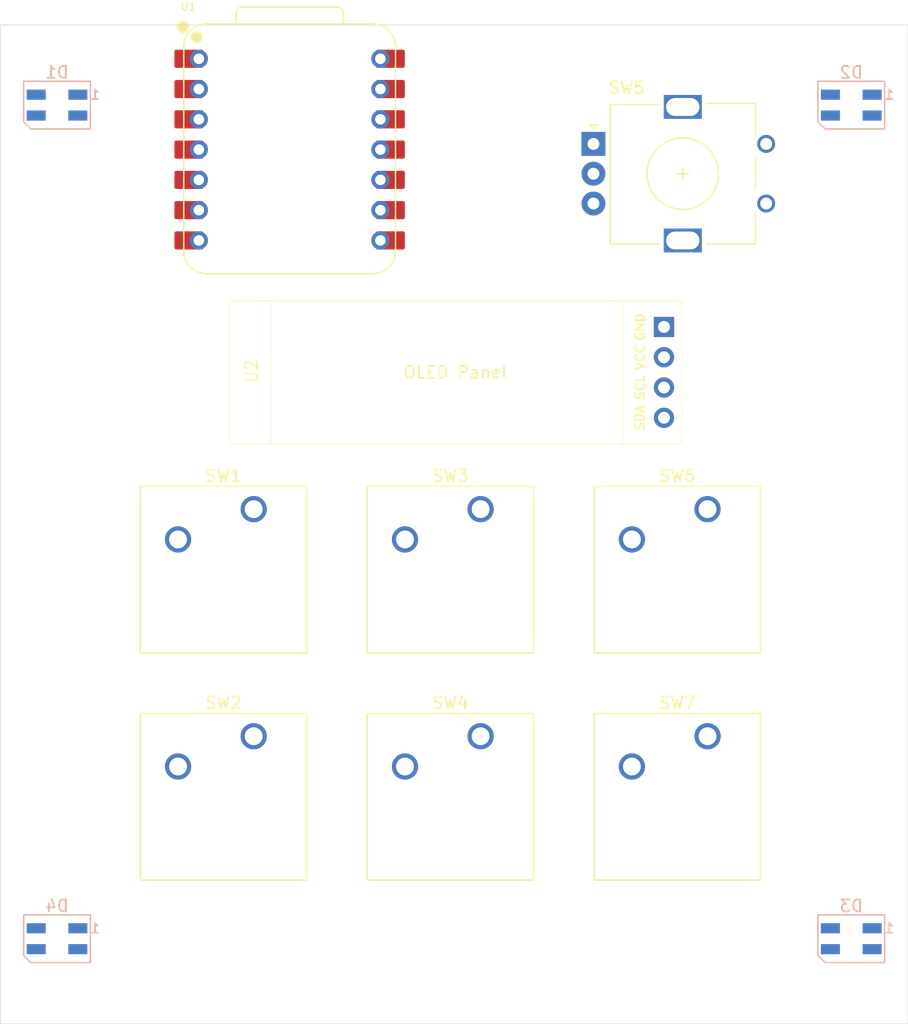
<source format=kicad_pcb>
(kicad_pcb (version 20241229) (generator "pcbnew") (generator_version "9.0")
  (layers (0 "F.Cu" signal) (2 "B.Cu" signal) (13 "F.Paste" user) (15 "B.Paste" user) (5 "F.SilkS" user "F.Silkscreen") (7 "B.SilkS" user "B.Silkscreen") (1 "F.Mask" user) (3 "B.Mask" user) (25 "Edge.Cuts" user))
  (net 0 "")
  (net 1 "Net-(D1-DOUT)")
  (net 2 "+5V")
  (net 3 "Net-(D1-DIN)")
  (net 4 "GND")
  (net 5 "Net-(D2-DOUT)")
  (net 6 "Net-(D3-DOUT)")
  (net 8 "Net-(U1-GPIO27{slash}ADC1{slash}A1)")
  (net 9 "Net-(U1-GPIO28{slash}ADC2{slash}A2)")
  (net 10 "Net-(U1-GPIO29{slash}ADC3{slash}A3)")
  (net 11 "Net-(U1-GPIO6{slash}SDA)")
  (net 12 "Net-(U1-GPIO2{slash}SCK)")
  (net 13 "Net-(U1-GPIO4{slash}MISO)")
  (net 14 "Net-(U1-GPIO1{slash}RX)")
  (net 15 "Net-(U1-GPIO26{slash}ADC0{slash}A0)")
  (net 17 "Net-(U1-GPIO7{slash}SCL)")
  (net 18 "Net-(U1-GPIO0{slash}TX)")
  (footprint "Button_Switch_Keyboard:SW_Cherry_MX_1.00u_PCB" (layer "F.Cu") (at 85.56625 104.4575)
    (property "Reference" "SW4" (at -2.54 -2.794 0) (layer "F.SilkS"))
    (property "Value" "SW_Push")
    (fp_line (start -9.525 -1.905) (end 4.445 -1.905) (stroke (width 0.12)) (layer "F.SilkS"))
    (fp_line (start -9.525 12.065) (end -9.525 -1.905) (stroke (width 0.12)) (layer "F.SilkS"))
    (fp_line (start 4.445 -1.905) (end 4.445 12.065) (stroke (width 0.12)) (layer "F.SilkS"))
    (fp_line (start 4.445 12.065) (end -9.525 12.065) (stroke (width 0.12)) (layer "F.SilkS"))
    (pad "" np_thru_hole circle (at -7.62 5.08) (size 1.7 1.7) (drill 1.7) (layers "*.Cu" "*.Mask"))
    (pad "" np_thru_hole circle (at -2.54 5.08) (size 4 4) (drill 4) (layers "*.Cu" "*.Mask"))
    (pad "" np_thru_hole circle (at 2.54 5.08) (size 1.7 1.7) (drill 1.7) (layers "*.Cu" "*.Mask"))
    (pad "1" thru_hole circle (at 0 0) (size 2.2 2.2) (drill 1.5) (layers "*.Cu" "*.Mask") (net 4 "GND"))
    (pad "2" thru_hole circle (at -6.35 2.54) (size 2.2 2.2) (drill 1.5) (layers "*.Cu" "*.Mask") (net 11 "Net-(U1-GPIO6{slash}SDA)"))
  )
  (footprint "Button_Switch_Keyboard:SW_Cherry_MX_1.00u_PCB" (layer "F.Cu") (at 66.51625 104.4575)
    (property "Reference" "SW2" (at -2.54 -2.794 0) (layer "F.SilkS"))
    (property "Value" "SW_Push")
    (fp_line (start -9.525 -1.905) (end 4.445 -1.905) (stroke (width 0.12)) (layer "F.SilkS"))
    (fp_line (start -9.525 12.065) (end -9.525 -1.905) (stroke (width 0.12)) (layer "F.SilkS"))
    (fp_line (start 4.445 -1.905) (end 4.445 12.065) (stroke (width 0.12)) (layer "F.SilkS"))
    (fp_line (start 4.445 12.065) (end -9.525 12.065) (stroke (width 0.12)) (layer "F.SilkS"))
    (pad "" np_thru_hole circle (at -7.62 5.08) (size 1.7 1.7) (drill 1.7) (layers "*.Cu" "*.Mask"))
    (pad "" np_thru_hole circle (at -2.54 5.08) (size 4 4) (drill 4) (layers "*.Cu" "*.Mask"))
    (pad "" np_thru_hole circle (at 2.54 5.08) (size 1.7 1.7) (drill 1.7) (layers "*.Cu" "*.Mask"))
    (pad "1" thru_hole circle (at 0 0) (size 2.2 2.2) (drill 1.5) (layers "*.Cu" "*.Mask") (net 4 "GND"))
    (pad "2" thru_hole circle (at -6.35 2.54) (size 2.2 2.2) (drill 1.5) (layers "*.Cu" "*.Mask") (net 9 "Net-(U1-GPIO28{slash}ADC2{slash}A2)"))
  )
  (footprint "OPL:XIAO-RP2040-DIP" (layer "F.Cu") (at 69.5325 55.245)
    (property "Reference" "U1" (at -8.5 -12 0) (layer "F.SilkS") (effects (font (size 0.635 0.635) (thickness 0.1016))))
    (property "Value" "XIAO-RP2040-DIP")
    (fp_line (start -8.89 8.509) (end -8.89 -8.636) (stroke (width 0.127)) (layer "F.SilkS"))
    (fp_line (start -6.985 10.414) (end 6.985 10.414) (stroke (width 0.127)) (layer "F.SilkS"))
    (fp_line (start -4.495 -10.541) (end -4.491272 -11.451272) (stroke (width 0.127)) (layer "F.SilkS"))
    (fp_line (start -3.991272 -11.951) (end 4.004 -11.951) (stroke (width 0.127)) (layer "F.SilkS"))
    (fp_line (start 4.504 -11.451) (end 4.504 -10.541) (stroke (width 0.127)) (layer "F.SilkS"))
    (fp_line (start 6.985 -10.541) (end -6.985 -10.541) (stroke (width 0.1)) (layer "F.SilkS"))
    (fp_line (start 6.985 -10.541) (end -6.985 -10.541) (stroke (width 0.127)) (layer "F.SilkS"))
    (fp_line (start 8.89 8.509) (end 8.89 -8.636) (stroke (width 0.127)) (layer "F.SilkS"))
    (fp_arc (start -8.89 -8.636) (mid -8.332038 -9.983038) (end -6.985 -10.541) (stroke (width 0.127)) (layer "F.SilkS"))
    (fp_arc (start -6.985 10.414) (mid -8.332038 9.856038) (end -8.89 8.509) (stroke (width 0.127)) (layer "F.SilkS"))
    (fp_arc (start -4.491272 -11.451272) (mid -4.344728 -11.80464) (end -3.991272 -11.951) (stroke (width 0.127)) (layer "F.SilkS"))
    (fp_arc (start 4.004 -11.951) (mid 4.357553 -11.804553) (end 4.504 -11.451) (stroke (width 0.127)) (layer "F.SilkS"))
    (fp_arc (start 6.985 -10.541) (mid 8.332038 -9.983038) (end 8.89 -8.636) (stroke (width 0.127)) (layer "F.SilkS"))
    (fp_arc (start 8.89 8.509) (mid 8.332038 9.856038) (end 6.985 10.414) (stroke (width 0.127)) (layer "F.SilkS"))
    (fp_circle (center -8.95 -10.3) (end -8.95 -10.554) (stroke (width 0.5)) (fill yes) (layer "F.SilkS"))
    (fp_circle (center -7.807 -9.42) (end -7.807 -9.674) (stroke (width 0.5)) (fill yes) (layer "F.SilkS"))
    (pad "1" smd roundrect (at -8.455 -7.62 180) (size 2.432 1.524) (layers "F.Cu" "F.Mask") (roundrect_rratio 0.1) (net 15 "Net-(U1-GPIO26{slash}ADC0{slash}A0)"))
    (pad "1" thru_hole circle (at -7.62 -7.62 180) (size 1.524 1.524) (drill 0.889) (layers "*.Cu" "*.Mask") (net 15 "Net-(U1-GPIO26{slash}ADC0{slash}A0)"))
    (pad "2" smd roundrect (at -8.455 -5.08 180) (size 2.432 1.524) (layers "F.Cu" "F.Mask") (roundrect_rratio 0.1) (net 8 "Net-(U1-GPIO27{slash}ADC1{slash}A1)"))
    (pad "2" thru_hole circle (at -7.62 -5.08 180) (size 1.524 1.524) (drill 0.889) (layers "*.Cu" "*.Mask") (net 8 "Net-(U1-GPIO27{slash}ADC1{slash}A1)"))
    (pad "3" smd roundrect (at -8.455 -2.54 180) (size 2.432 1.524) (layers "F.Cu" "F.Mask") (roundrect_rratio 0.1) (net 9 "Net-(U1-GPIO28{slash}ADC2{slash}A2)"))
    (pad "3" thru_hole circle (at -7.62 -2.54 180) (size 1.524 1.524) (drill 0.889) (layers "*.Cu" "*.Mask") (net 9 "Net-(U1-GPIO28{slash}ADC2{slash}A2)"))
    (pad "4" smd roundrect (at -8.455 0 180) (size 2.432 1.524) (layers "F.Cu" "F.Mask") (roundrect_rratio 0.1) (net 10 "Net-(U1-GPIO29{slash}ADC3{slash}A3)"))
    (pad "4" thru_hole circle (at -7.62 0 180) (size 1.524 1.524) (drill 0.889) (layers "*.Cu" "*.Mask") (net 10 "Net-(U1-GPIO29{slash}ADC3{slash}A3)"))
    (pad "5" smd roundrect (at -8.455 2.54 180) (size 2.432 1.524) (layers "F.Cu" "F.Mask") (roundrect_rratio 0.1) (net 11 "Net-(U1-GPIO6{slash}SDA)"))
    (pad "5" thru_hole circle (at -7.62 2.54 180) (size 1.524 1.524) (drill 0.889) (layers "*.Cu" "*.Mask") (net 11 "Net-(U1-GPIO6{slash}SDA)"))
    (pad "6" smd roundrect (at -8.455 5.08 180) (size 2.432 1.524) (layers "F.Cu" "F.Mask") (roundrect_rratio 0.1) (net 17 "Net-(U1-GPIO7{slash}SCL)"))
    (pad "6" thru_hole circle (at -7.62 5.08 180) (size 1.524 1.524) (drill 0.889) (layers "*.Cu" "*.Mask") (net 17 "Net-(U1-GPIO7{slash}SCL)"))
    (pad "7" smd roundrect (at -8.455 7.62 180) (size 2.432 1.524) (layers "F.Cu" "F.Mask") (roundrect_rratio 0.1) (net 18 "Net-(U1-GPIO0{slash}TX)"))
    (pad "7" thru_hole circle (at -7.62 7.62 180) (size 1.524 1.524) (drill 0.889) (layers "*.Cu" "*.Mask") (net 18 "Net-(U1-GPIO0{slash}TX)"))
    (pad "8" thru_hole circle (at 7.62 7.62) (size 1.524 1.524) (drill 0.889) (layers "*.Cu" "*.Mask") (net 14 "Net-(U1-GPIO1{slash}RX)"))
    (pad "8" smd roundrect (at 8.455 7.62) (size 2.432 1.524) (layers "F.Cu" "F.Mask") (roundrect_rratio 0.1) (net 14 "Net-(U1-GPIO1{slash}RX)"))
    (pad "9" thru_hole circle (at 7.62 5.08) (size 1.524 1.524) (drill 0.889) (layers "*.Cu" "*.Mask") (net 12 "Net-(U1-GPIO2{slash}SCK)"))
    (pad "9" smd roundrect (at 8.455 5.08) (size 2.432 1.524) (layers "F.Cu" "F.Mask") (roundrect_rratio 0.1) (net 12 "Net-(U1-GPIO2{slash}SCK)"))
    (pad "10" thru_hole circle (at 7.62 2.54) (size 1.524 1.524) (drill 0.889) (layers "*.Cu" "*.Mask") (net 13 "Net-(U1-GPIO4{slash}MISO)"))
    (pad "10" smd roundrect (at 8.455 2.54) (size 2.432 1.524) (layers "F.Cu" "F.Mask") (roundrect_rratio 0.1) (net 13 "Net-(U1-GPIO4{slash}MISO)"))
    (pad "11" thru_hole circle (at 7.62 0) (size 1.524 1.524) (drill 0.889) (layers "*.Cu" "*.Mask") (net 3 "Net-(D1-DIN)"))
    (pad "11" smd roundrect (at 8.455 0) (size 2.432 1.524) (layers "F.Cu" "F.Mask") (roundrect_rratio 0.1) (net 3 "Net-(D1-DIN)"))
    (pad "12" thru_hole circle (at 7.62 -2.54) (size 1.524 1.524) (drill 0.889) (layers "*.Cu" "*.Mask"))
    (pad "12" smd roundrect (at 8.455 -2.54) (size 2.432 1.524) (layers "F.Cu" "F.Mask") (roundrect_rratio 0.1))
    (pad "13" thru_hole circle (at 7.62 -5.08) (size 1.524 1.524) (drill 0.889) (layers "*.Cu" "*.Mask") (net 4 "GND"))
    (pad "13" smd roundrect (at 8.455 -5.08) (size 2.432 1.524) (layers "F.Cu" "F.Mask") (roundrect_rratio 0.1) (net 4 "GND"))
    (pad "14" thru_hole circle (at 7.62 -7.62) (size 1.524 1.524) (drill 0.889) (layers "*.Cu" "*.Mask") (net 2 "+5V"))
    (pad "14" smd roundrect (at 8.455 -7.62) (size 2.432 1.524) (layers "F.Cu" "F.Mask") (roundrect_rratio 0.1) (net 2 "+5V"))
  )
  (footprint "Button_Switch_Keyboard:SW_Cherry_MX_1.00u_PCB" (layer "F.Cu") (at 66.51625 85.4075)
    (property "Reference" "SW1" (at -2.54 -2.794 0) (layer "F.SilkS"))
    (property "Value" "SW_Push")
    (fp_line (start -9.525 -1.905) (end 4.445 -1.905) (stroke (width 0.12)) (layer "F.SilkS"))
    (fp_line (start -9.525 12.065) (end -9.525 -1.905) (stroke (width 0.12)) (layer "F.SilkS"))
    (fp_line (start 4.445 -1.905) (end 4.445 12.065) (stroke (width 0.12)) (layer "F.SilkS"))
    (fp_line (start 4.445 12.065) (end -9.525 12.065) (stroke (width 0.12)) (layer "F.SilkS"))
    (pad "" np_thru_hole circle (at -7.62 5.08) (size 1.7 1.7) (drill 1.7) (layers "*.Cu" "*.Mask"))
    (pad "" np_thru_hole circle (at -2.54 5.08) (size 4 4) (drill 4) (layers "*.Cu" "*.Mask"))
    (pad "" np_thru_hole circle (at 2.54 5.08) (size 1.7 1.7) (drill 1.7) (layers "*.Cu" "*.Mask"))
    (pad "1" thru_hole circle (at 0 0) (size 2.2 2.2) (drill 1.5) (layers "*.Cu" "*.Mask") (net 4 "GND"))
    (pad "2" thru_hole circle (at -6.35 2.54) (size 2.2 2.2) (drill 1.5) (layers "*.Cu" "*.Mask") (net 8 "Net-(U1-GPIO27{slash}ADC1{slash}A1)"))
  )
  (footprint "Button_Switch_Keyboard:SW_Cherry_MX_1.00u_PCB" (layer "F.Cu") (at 85.56625 85.4075)
    (property "Reference" "SW3" (at -2.54 -2.794 0) (layer "F.SilkS"))
    (property "Value" "SW_Push")
    (fp_line (start -9.525 -1.905) (end 4.445 -1.905) (stroke (width 0.12)) (layer "F.SilkS"))
    (fp_line (start -9.525 12.065) (end -9.525 -1.905) (stroke (width 0.12)) (layer "F.SilkS"))
    (fp_line (start 4.445 -1.905) (end 4.445 12.065) (stroke (width 0.12)) (layer "F.SilkS"))
    (fp_line (start 4.445 12.065) (end -9.525 12.065) (stroke (width 0.12)) (layer "F.SilkS"))
    (pad "" np_thru_hole circle (at -7.62 5.08) (size 1.7 1.7) (drill 1.7) (layers "*.Cu" "*.Mask"))
    (pad "" np_thru_hole circle (at -2.54 5.08) (size 4 4) (drill 4) (layers "*.Cu" "*.Mask"))
    (pad "" np_thru_hole circle (at 2.54 5.08) (size 1.7 1.7) (drill 1.7) (layers "*.Cu" "*.Mask"))
    (pad "1" thru_hole circle (at 0 0) (size 2.2 2.2) (drill 1.5) (layers "*.Cu" "*.Mask") (net 4 "GND"))
    (pad "2" thru_hole circle (at -6.35 2.54) (size 2.2 2.2) (drill 1.5) (layers "*.Cu" "*.Mask") (net 10 "Net-(U1-GPIO29{slash}ADC3{slash}A3)"))
  )
  (footprint "Rotary_Encoder:RotaryEncoder_Alps_EC11E_Vertical_H20mm" (layer "F.Cu") (at 95.0375 54.76875)
    (property "Reference" "SW5" (at 2.8 -4.7 0) (layer "F.SilkS"))
    (property "Value" "RotaryEncoder")
    (fp_line (start -0.3 -1.6) (end 0.3 -1.6) (stroke (width 0.12)) (layer "F.SilkS"))
    (fp_line (start 0 -1.3) (end -0.3 -1.6) (stroke (width 0.12)) (layer "F.SilkS"))
    (fp_line (start 0.3 -1.6) (end 0 -1.3) (stroke (width 0.12)) (layer "F.SilkS"))
    (fp_line (start 1.4 -3.3) (end 1.4 8.4) (stroke (width 0.12)) (layer "F.SilkS"))
    (fp_line (start 5.5 -3.3) (end 1.4 -3.3) (stroke (width 0.12)) (layer "F.SilkS"))
    (fp_line (start 5.5 8.4) (end 1.4 8.4) (stroke (width 0.12)) (layer "F.SilkS"))
    (fp_line (start 7 2.5) (end 8 2.5) (stroke (width 0.12)) (layer "F.SilkS"))
    (fp_line (start 7.5 2) (end 7.5 3) (stroke (width 0.12)) (layer "F.SilkS"))
    (fp_line (start 9.5 -3.4) (end 13.6 -3.4) (stroke (width 0.12)) (layer "F.SilkS"))
    (fp_line (start 13.6 -3.4) (end 13.6 -0.8) (stroke (width 0.12)) (layer "F.SilkS"))
    (fp_line (start 13.6 1.2) (end 13.6 3.8) (stroke (width 0.12)) (layer "F.SilkS"))
    (fp_line (start 13.6 5.8) (end 13.6 8.4) (stroke (width 0.12)) (layer "F.SilkS"))
    (fp_line (start 13.6 8.4) (end 9.5 8.4) (stroke (width 0.12)) (layer "F.SilkS"))
    (fp_circle (center 7.5 2.5) (end 10.5 2.5) (stroke (width 0.12)) (fill no) (layer "F.SilkS"))
    (pad "" thru_hole circle (at 14.5 0) (size 1.5 1.5) (drill 1) (layers "*.Cu" "*.Mask"))
    (pad "" thru_hole circle (at 14.5 5) (size 1.5 1.5) (drill 1) (layers "*.Cu" "*.Mask"))
    (pad "A" thru_hole rect (at 0 0) (size 2 2) (drill 1) (layers "*.Cu" "*.Mask") (net 13 "Net-(U1-GPIO4{slash}MISO)"))
    (pad "B" thru_hole circle (at 0 5) (size 2 2) (drill 1) (layers "*.Cu" "*.Mask") (net 12 "Net-(U1-GPIO2{slash}SCK)"))
    (pad "C" thru_hole circle (at 0 2.5) (size 2 2) (drill 1) (layers "*.Cu" "*.Mask") (net 4 "GND"))
    (pad "MP" thru_hole rect (at 7.5 -3.1) (size 3.2 2) (drill oval 2.8 1.5) (layers "*.Cu" "*.Mask"))
    (pad "MP" thru_hole rect (at 7.5 8.1) (size 3.2 2) (drill oval 2.8 1.5) (layers "*.Cu" "*.Mask"))
  )
  (footprint "OLED:SSD1306-0.91-OLED-4pin-128x32" (layer "F.Cu") (at 64.45875 67.93375)
    (property "Reference" "U2" (at 1.9 5.91 90) (layer "F.SilkS"))
    (property "Value" "OLED")
    (fp_line (start 0 0) (end 0 12) (stroke (width 0.04)) (layer "F.SilkS"))
    (fp_line (start 0 12) (end 38 12) (stroke (width 0.04)) (layer "F.SilkS"))
    (fp_line (start 3.5 0) (end 3.5 12) (stroke (width 0.04)) (layer "F.SilkS"))
    (fp_line (start 33 0) (end 33 12) (stroke (width 0.04)) (layer "F.SilkS"))
    (fp_line (start 38 0) (end 0 0) (stroke (width 0.04)) (layer "F.SilkS"))
    (fp_line (start 38 12) (end 38 0) (stroke (width 0.04)) (layer "F.SilkS"))
    (fp_text user "SCL" (at 34.5 7.27 270) (layer "F.SilkS") (effects (font (size 0.75 0.75))))
    (fp_text user "SDA" (at 34.5 9.81 270) (layer "F.SilkS") (effects (font (size 0.75 0.75))))
    (fp_text user "VCC" (at 34.5 4.73 270) (layer "F.SilkS") (effects (font (size 0.75 0.75))))
    (fp_text user "OLED Panel" (at 19 6 0) (layer "F.SilkS"))
    (fp_text user "GND" (at 34.5 2.19 270) (layer "F.SilkS") (effects (font (size 0.75 0.75))))
    (pad "1" thru_hole rect (at 36.5 2.19) (size 1.7 1.7) (drill 1) (layers "*.Cu" "*.Mask") (net 4 "GND"))
    (pad "2" thru_hole oval (at 36.5 4.73) (size 1.7 1.7) (drill 1) (layers "*.Cu" "*.Mask") (net 2 "+5V"))
    (pad "3" thru_hole oval (at 36.5 7.27) (size 1.7 1.7) (drill 1) (layers "*.Cu" "*.Mask") (net 18 "Net-(U1-GPIO0{slash}TX)"))
    (pad "4" thru_hole oval (at 36.5 9.81) (size 1.7 1.7) (drill 1) (layers "*.Cu" "*.Mask") (net 17 "Net-(U1-GPIO7{slash}SCL)"))
  )
  (footprint "Button_Switch_Keyboard:SW_Cherry_MX_1.00u_PCB" (layer "F.Cu") (at 104.61625 104.4575)
    (property "Reference" "SW7" (at -2.54 -2.794 0) (layer "F.SilkS"))
    (property "Value" "SW_Push")
    (fp_line (start -9.525 -1.905) (end 4.445 -1.905) (stroke (width 0.12)) (layer "F.SilkS"))
    (fp_line (start -9.525 12.065) (end -9.525 -1.905) (stroke (width 0.12)) (layer "F.SilkS"))
    (fp_line (start 4.445 -1.905) (end 4.445 12.065) (stroke (width 0.12)) (layer "F.SilkS"))
    (fp_line (start 4.445 12.065) (end -9.525 12.065) (stroke (width 0.12)) (layer "F.SilkS"))
    (pad "" np_thru_hole circle (at -7.62 5.08) (size 1.7 1.7) (drill 1.7) (layers "*.Cu" "*.Mask"))
    (pad "" np_thru_hole circle (at -2.54 5.08) (size 4 4) (drill 4) (layers "*.Cu" "*.Mask"))
    (pad "" np_thru_hole circle (at 2.54 5.08) (size 1.7 1.7) (drill 1.7) (layers "*.Cu" "*.Mask"))
    (pad "1" thru_hole circle (at 0 0) (size 2.2 2.2) (drill 1.5) (layers "*.Cu" "*.Mask") (net 4 "GND"))
    (pad "2" thru_hole circle (at -6.35 2.54) (size 2.2 2.2) (drill 1.5) (layers "*.Cu" "*.Mask") (net 15 "Net-(U1-GPIO26{slash}ADC0{slash}A0)"))
  )
  (footprint "Button_Switch_Keyboard:SW_Cherry_MX_1.00u_PCB" (layer "F.Cu") (at 104.61625 85.4075)
    (property "Reference" "SW6" (at -2.54 -2.794 0) (layer "F.SilkS"))
    (property "Value" "SW_Push")
    (fp_line (start -9.525 -1.905) (end 4.445 -1.905) (stroke (width 0.12)) (layer "F.SilkS"))
    (fp_line (start -9.525 12.065) (end -9.525 -1.905) (stroke (width 0.12)) (layer "F.SilkS"))
    (fp_line (start 4.445 -1.905) (end 4.445 12.065) (stroke (width 0.12)) (layer "F.SilkS"))
    (fp_line (start 4.445 12.065) (end -9.525 12.065) (stroke (width 0.12)) (layer "F.SilkS"))
    (pad "" np_thru_hole circle (at -7.62 5.08) (size 1.7 1.7) (drill 1.7) (layers "*.Cu" "*.Mask"))
    (pad "" np_thru_hole circle (at -2.54 5.08) (size 4 4) (drill 4) (layers "*.Cu" "*.Mask"))
    (pad "" np_thru_hole circle (at 2.54 5.08) (size 1.7 1.7) (drill 1.7) (layers "*.Cu" "*.Mask"))
    (pad "1" thru_hole circle (at 0 0) (size 2.2 2.2) (drill 1.5) (layers "*.Cu" "*.Mask") (net 4 "GND"))
    (pad "2" thru_hole circle (at -6.35 2.54) (size 2.2 2.2) (drill 1.5) (layers "*.Cu" "*.Mask") (net 14 "Net-(U1-GPIO1{slash}RX)"))
  )
  (footprint "LED_SMD:LED_SK6812MINI_PLCC4_3.5x3.5mm_P1.75mm" (layer "B.Cu") (at 116.68125 121.44375 180)
    (property "Reference" "D3" (at 0 2.75 0) (layer "B.SilkS") (effects (justify mirror)))
    (property "Value" "SK6812MINI")
    (fp_line (start 2.8 -1.4) (end 2.8 2) (stroke (width 0.12)) (layer "B.SilkS"))
    (fp_line (start 2.8 -1.4) (end 2.2 -2) (stroke (width 0.12)) (layer "B.SilkS"))
    (fp_line (start -2.8 2) (end 2.8 2) (stroke (width 0.12)) (layer "B.SilkS"))
    (fp_line (start -2.8 2) (end -2.8 -2) (stroke (width 0.12)) (layer "B.SilkS"))
    (fp_line (start -2.8 -2) (end 2.2 -2) (stroke (width 0.12)) (layer "B.SilkS"))
    (fp_text user "1" (at -3.2 0.875 0) (layer "B.SilkS") (effects (font (size 0.8 0.8)) (justify mirror)))
    (pad "1" smd rect (at -1.75 0.875 180) (size 1.6 0.85) (layers "B.Cu" "B.Mask" "B.Paste") (net 6 "Net-(D3-DOUT)"))
    (pad "2" smd rect (at -1.75 -0.875 180) (size 1.6 0.85) (layers "B.Cu" "B.Mask" "B.Paste") (net 4 "GND"))
    (pad "3" smd rect (at 1.75 -0.875 180) (size 1.6 0.85) (layers "B.Cu" "B.Mask" "B.Paste") (net 5 "Net-(D2-DOUT)"))
    (pad "4" smd rect (at 1.75 0.875 180) (size 1.6 0.85) (layers "B.Cu" "B.Mask" "B.Paste") (net 2 "+5V"))
  )
  (footprint "LED_SMD:LED_SK6812MINI_PLCC4_3.5x3.5mm_P1.75mm" (layer "B.Cu") (at 50.00625 51.5125 180)
    (property "Reference" "D1" (at 0 2.75 0) (layer "B.SilkS") (effects (justify mirror)))
    (property "Value" "SK6812MINI")
    (fp_line (start 2.8 -1.4) (end 2.8 2) (stroke (width 0.12)) (layer "B.SilkS"))
    (fp_line (start 2.8 -1.4) (end 2.2 -2) (stroke (width 0.12)) (layer "B.SilkS"))
    (fp_line (start -2.8 2) (end 2.8 2) (stroke (width 0.12)) (layer "B.SilkS"))
    (fp_line (start -2.8 2) (end -2.8 -2) (stroke (width 0.12)) (layer "B.SilkS"))
    (fp_line (start -2.8 -2) (end 2.2 -2) (stroke (width 0.12)) (layer "B.SilkS"))
    (fp_text user "1" (at -3.2 0.875 0) (layer "B.SilkS") (effects (font (size 0.8 0.8)) (justify mirror)))
    (pad "1" smd rect (at -1.75 0.875 180) (size 1.6 0.85) (layers "B.Cu" "B.Mask" "B.Paste") (net 1 "Net-(D1-DOUT)"))
    (pad "2" smd rect (at -1.75 -0.875 180) (size 1.6 0.85) (layers "B.Cu" "B.Mask" "B.Paste") (net 4 "GND"))
    (pad "3" smd rect (at 1.75 -0.875 180) (size 1.6 0.85) (layers "B.Cu" "B.Mask" "B.Paste") (net 3 "Net-(D1-DIN)"))
    (pad "4" smd rect (at 1.75 0.875 180) (size 1.6 0.85) (layers "B.Cu" "B.Mask" "B.Paste") (net 2 "+5V"))
  )
  (footprint "LED_SMD:LED_SK6812MINI_PLCC4_3.5x3.5mm_P1.75mm" (layer "B.Cu") (at 50.00625 121.44375 180)
    (property "Reference" "D4" (at 0 2.75 0) (layer "B.SilkS") (effects (justify mirror)))
    (property "Value" "SK6812MINI")
    (fp_line (start 2.8 -1.4) (end 2.8 2) (stroke (width 0.12)) (layer "B.SilkS"))
    (fp_line (start 2.8 -1.4) (end 2.2 -2) (stroke (width 0.12)) (layer "B.SilkS"))
    (fp_line (start -2.8 2) (end 2.8 2) (stroke (width 0.12)) (layer "B.SilkS"))
    (fp_line (start -2.8 2) (end -2.8 -2) (stroke (width 0.12)) (layer "B.SilkS"))
    (fp_line (start -2.8 -2) (end 2.2 -2) (stroke (width 0.12)) (layer "B.SilkS"))
    (fp_text user "1" (at -3.2 0.875 0) (layer "B.SilkS") (effects (font (size 0.8 0.8)) (justify mirror)))
    (pad "1" smd rect (at -1.75 0.875 180) (size 1.6 0.85) (layers "B.Cu" "B.Mask" "B.Paste"))
    (pad "2" smd rect (at -1.75 -0.875 180) (size 1.6 0.85) (layers "B.Cu" "B.Mask" "B.Paste") (net 4 "GND"))
    (pad "3" smd rect (at 1.75 -0.875 180) (size 1.6 0.85) (layers "B.Cu" "B.Mask" "B.Paste") (net 6 "Net-(D3-DOUT)"))
    (pad "4" smd rect (at 1.75 0.875 180) (size 1.6 0.85) (layers "B.Cu" "B.Mask" "B.Paste") (net 2 "+5V"))
  )
  (footprint "LED_SMD:LED_SK6812MINI_PLCC4_3.5x3.5mm_P1.75mm" (layer "B.Cu") (at 116.68125 51.5125 180)
    (property "Reference" "D2" (at 0 2.75 0) (layer "B.SilkS") (effects (justify mirror)))
    (property "Value" "SK6812MINI")
    (fp_line (start 2.8 -1.4) (end 2.8 2) (stroke (width 0.12)) (layer "B.SilkS"))
    (fp_line (start 2.8 -1.4) (end 2.2 -2) (stroke (width 0.12)) (layer "B.SilkS"))
    (fp_line (start -2.8 2) (end 2.8 2) (stroke (width 0.12)) (layer "B.SilkS"))
    (fp_line (start -2.8 2) (end -2.8 -2) (stroke (width 0.12)) (layer "B.SilkS"))
    (fp_line (start -2.8 -2) (end 2.2 -2) (stroke (width 0.12)) (layer "B.SilkS"))
    (fp_text user "1" (at -3.2 0.875 0) (layer "B.SilkS") (effects (font (size 0.8 0.8)) (justify mirror)))
    (pad "1" smd rect (at -1.75 0.875 180) (size 1.6 0.85) (layers "B.Cu" "B.Mask" "B.Paste") (net 5 "Net-(D2-DOUT)"))
    (pad "2" smd rect (at -1.75 -0.875 180) (size 1.6 0.85) (layers "B.Cu" "B.Mask" "B.Paste") (net 4 "GND"))
    (pad "3" smd rect (at 1.75 -0.875 180) (size 1.6 0.85) (layers "B.Cu" "B.Mask" "B.Paste") (net 1 "Net-(D1-DOUT)"))
    (pad "4" smd rect (at 1.75 0.875 180) (size 1.6 0.85) (layers "B.Cu" "B.Mask" "B.Paste") (net 2 "+5V"))
  )
  (gr_rect (start 45.24375 44.79375) (end 121.44375 128.5875) (stroke (width 0.05)) (fill no) (layer "Edge.Cuts"))
)
</source>
